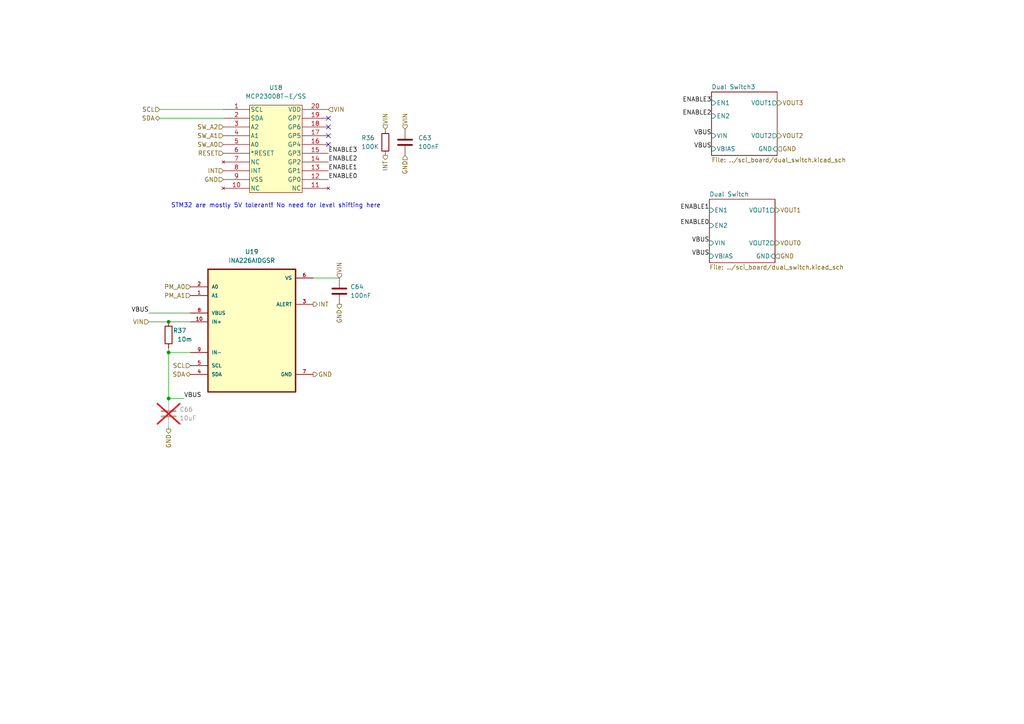
<source format=kicad_sch>
(kicad_sch (version 20250114) (generator "eeschema") (generator_version "9.0")
  (paper "A4")
  (lib_symbols
    (symbol "Common:INA226AIDGSR" (pin_names (offset 1.016))
      (property "Reference" "U" (at -12.7 18.78 0))
      (property "Value" "INA226AIDGSR" (at -12.7 -21.78 0))
      (symbol "INA226AIDGSR_0_0"
        (rectangle (start -12.7 17.78) (end 12.7 -17.78) (stroke (width 0.41)) (fill (type background)))
        (pin input line (at -17.78 12.7 0) (length 5.08) (name "A0") (number "2"))
        (pin input line (at -17.78 10.16 0) (length 5.08) (name "A1") (number "1"))
        (pin power_in line (at -17.78 5.08 0) (length 5.08) (name "VBUS") (number "8"))
        (pin input line (at -17.78 -10.16 0) (length 5.08) (name "SCL") (number "5"))
        (pin bidirectional line (at -17.78 -12.7 0) (length 5.08) (name "SDA") (number "4"))
        (pin power_in line (at 17.78 15.24 180) (length 5.08) (name "VS") (number "6"))
        (pin power_in line (at 17.78 -12.7 180) (length 5.08) (name "GND") (number "7"))
      )
      (symbol "INA226AIDGSR_1_0"
        (pin power_in line (at -17.78 2.54 0) (length 5.08) (name "IN+") (number "10"))
        (pin power_out line (at -17.78 -6.35 0) (length 5.08) (name "IN-") (number "9"))
        (pin passive line (at 17.78 7.62 180) (length 5.08) (name "ALERT") (number "3"))
      )
    )
    (symbol "Common:MCP23008T-E_SS" (pin_names (offset 0.254))
      (property "Reference" "U" (at 22.86 10.16 0))
      (property "Value" "MCP23008T-E/SS" (at 22.86 7.62 0))
      (symbol "MCP23008T-E_SS_1_1"
        (rectangle (start 15.24 1.27) (end 30.48 -24.13) (fill (type background)))
        (pin bidirectional line (at 7.62 0 0) (length 7.62) (name "SCL") (number "1"))
        (pin bidirectional line (at 7.62 -2.54 0) (length 7.62) (name "SDA") (number "2"))
        (pin input line (at 7.62 -5.08 0) (length 7.62) (name "A2") (number "3"))
        (pin input line (at 7.62 -7.62 0) (length 7.62) (name "A1") (number "4"))
        (pin input line (at 7.62 -10.16 0) (length 7.62) (name "A0") (number "5"))
        (pin input line (at 7.62 -12.7 0) (length 7.62) (name "*RESET") (number "6"))
        (pin no_connect line (at 7.62 -15.24 0) (length 7.62) (name "NC") (number "7"))
        (pin output line (at 7.62 -17.78 0) (length 7.62) (name "INT") (number "8"))
        (pin power_in line (at 7.62 -20.32 0) (length 7.62) (name "VSS") (number "9"))
        (pin no_connect line (at 7.62 -22.86 0) (length 7.62) (name "NC") (number "10"))
        (pin power_in line (at 38.1 0 180) (length 7.62) (name "VDD") (number "20"))
        (pin bidirectional line (at 38.1 -2.54 180) (length 7.62) (name "GP7") (number "19"))
        (pin bidirectional line (at 38.1 -5.08 180) (length 7.62) (name "GP6") (number "18"))
        (pin bidirectional line (at 38.1 -7.62 180) (length 7.62) (name "GP5") (number "17"))
        (pin bidirectional line (at 38.1 -10.16 180) (length 7.62) (name "GP4") (number "16"))
        (pin bidirectional line (at 38.1 -12.7 180) (length 7.62) (name "GP3") (number "15"))
        (pin bidirectional line (at 38.1 -15.24 180) (length 7.62) (name "GP2") (number "14"))
        (pin bidirectional line (at 38.1 -17.78 180) (length 7.62) (name "GP1") (number "13"))
        (pin bidirectional line (at 38.1 -20.32 180) (length 7.62) (name "GP0") (number "12"))
        (pin no_connect line (at 38.1 -22.86 180) (length 7.62) (name "NC") (number "11"))
      )
    )
    (symbol "Device:C" (pin_numbers (hide yes)) (pin_names (offset 0.254))
      (property "Reference" "C" (at 0.635 2.54 0))
      (property "Value" "C" (at 0.635 -2.54 0))
      (symbol "C_0_1"
        (polyline (pts (xy -2.032 0.762) (xy 2.032 0.762)) (stroke (width 0.508)))
        (polyline (pts (xy -2.032 -0.762) (xy 2.032 -0.762)) (stroke (width 0.508)))
      )
      (symbol "C_1_1"
        (pin passive line (at 0 3.81 270) (length 2.794) (name "~") (number "1"))
        (pin passive line (at 0 -3.81 90) (length 2.794) (name "~") (number "2"))
      )
    )
    (symbol "Device:R" (pin_numbers (hide yes)) (pin_names (offset 0))
      (property "Reference" "R" (at 2.032 0 90))
      (property "Value" "R" (at 0 0 90))
      (symbol "R_0_1"
        (rectangle (start -1.016 -2.54) (end 1.016 2.54) (stroke (width 0.254)))
      )
      (symbol "R_1_1"
        (pin passive line (at 0 3.81 270) (length 1.27) (name "~") (number "1"))
        (pin passive line (at 0 -3.81 90) (length 1.27) (name "~") (number "2"))
      )
    )
  )
  (text "STM32 are mostly 5V tolerant! No need for level shifting here" (at 80.01 59.69 0) (effects (font (size 1.27 1.27))))
  (junction (at 48.895 93.345))
  (junction (at 48.895 102.235))
  (junction (at 48.895 115.57))
  (no_connect (at 95.25 34.29))
  (no_connect (at 95.25 36.83))
  (no_connect (at 95.25 41.91))
  (no_connect (at 95.25 39.37))
  (wire (pts (xy 48.895 102.235) (xy 55.245 102.235)))
  (wire (pts (xy 48.895 100.965) (xy 48.895 102.235)))
  (wire (pts (xy 98.425 80.645) (xy 90.805 80.645)))
  (wire (pts (xy 46.355 31.75) (xy 64.77 31.75)))
  (wire (pts (xy 48.895 115.57) (xy 53.34 115.57)))
  (wire (pts (xy 48.895 123.825) (xy 48.895 124.46)))
  (wire (pts (xy 43.18 93.345) (xy 48.895 93.345)))
  (wire (pts (xy 48.895 93.345) (xy 55.245 93.345)))
  (wire (pts (xy 43.18 90.805) (xy 55.245 90.805)))
  (wire (pts (xy 46.355 34.29) (xy 64.77 34.29)))
  (wire (pts (xy 48.895 115.57) (xy 48.895 116.205)))
  (wire (pts (xy 48.895 102.235) (xy 48.895 115.57)))
  (label "ENABLE2" (at 95.25 46.99 0))
  (label "ENABLE0" (at 205.74 65.405 180))
  (label "ENABLE3" (at 206.375 29.845 180))
  (label "VBUS" (at 206.375 43.18 180))
  (label "ENABLE1" (at 205.74 60.96 180))
  (label "VBUS" (at 53.34 115.57 0))
  (label "VBUS" (at 205.74 74.295 180))
  (label "VBUS" (at 43.18 90.805 180))
  (label "ENABLE1" (at 95.25 49.53 0))
  (label "VBUS" (at 205.74 70.485 180))
  (label "ENABLE3" (at 95.25 44.45 0))
  (label "VBUS" (at 206.375 39.37 180))
  (label "ENABLE2" (at 206.375 33.655 180))
  (label "ENABLE0" (at 95.25 52.07 0))
  (hierarchical_label "GND" (shape input) (at 225.425 43.18 0))
  (hierarchical_label "RESET" (shape input) (at 64.77 44.45 180))
  (hierarchical_label "SW_A1" (shape input) (at 64.77 39.37 180))
  (hierarchical_label "SCL" (shape input) (at 55.245 106.045 180))
  (hierarchical_label "VOUT1" (shape output) (at 224.79 60.96 0))
  (hierarchical_label "INT" (shape input) (at 64.77 49.53 180))
  (hierarchical_label "GND" (shape output) (at 48.895 124.46 270))
  (hierarchical_label "GND" (shape input) (at 117.475 45.085 270))
  (hierarchical_label "GND" (shape output) (at 90.805 108.585 0))
  (hierarchical_label "VOUT0" (shape output) (at 224.79 70.485 0))
  (hierarchical_label "SW_A0" (shape input) (at 64.77 41.91 180))
  (hierarchical_label "SDA" (shape bidirectional) (at 55.245 108.585 180))
  (hierarchical_label "SCL" (shape input) (at 46.355 31.75 180))
  (hierarchical_label "SDA" (shape bidirectional) (at 46.355 34.29 180))
  (hierarchical_label "VIN" (shape input) (at 43.18 93.345 180))
  (hierarchical_label "VOUT3" (shape output) (at 225.425 29.845 0))
  (hierarchical_label "VIN" (shape input) (at 111.76 37.465 90))
  (hierarchical_label "VOUT2" (shape output) (at 225.425 39.37 0))
  (hierarchical_label "INT" (shape output) (at 111.76 45.085 270))
  (hierarchical_label "PM_A1" (shape input) (at 55.245 85.725 180))
  (hierarchical_label "GND" (shape input) (at 64.77 52.07 180))
  (hierarchical_label "GND" (shape input) (at 224.79 74.295 0))
  (hierarchical_label "VIN" (shape input) (at 98.425 80.645 90))
  (hierarchical_label "VIN" (shape input) (at 117.475 37.465 90))
  (hierarchical_label "INT" (shape output) (at 90.805 88.265 0))
  (hierarchical_label "SW_A2" (shape input) (at 64.77 36.83 180))
  (hierarchical_label "GND" (shape output) (at 98.425 88.265 270))
  (hierarchical_label "VIN" (shape input) (at 95.25 31.75 0))
  (hierarchical_label "PM_A0" (shape input) (at 55.245 83.185 180))
  (symbol (lib_id "Device:C") (at 48.895 120.015 0) (unit 1) (dnp yes)
    (property "Reference" "C91" (at 52.07 118.7449 0) (effects (justify left)))
    (property "Value" "10uF" (at 52.07 121.2849 0) (effects (justify left)))
    (property "Footprint" "Capacitor_SMD:C_0603_1608Metric_Pad1.08x0.95mm_HandSolder" (effects (hide yes)))
    (property "Datasheet" "https://search.murata.co.jp/Ceramy/image/img/A01X/G101/ENG/GRM188R61E106KA73-01.pdf" (effects (hide yes)))
    (property "Description" "Unpolarized capacitor" (effects (hide yes)))
    (property "Tolerance" "10" (effects (hide yes)))
    (property "Voltage" "25" (effects (hide yes)))
    (property "Temperture Coefficient" "X5R" (effects (hide yes)))
    (property "Manufacturer" "Murata" (effects (hide yes)))
    (instances (project "EPS" (path "" (reference "C66") (unit 1))) (project "sci_board" (path "" (reference "C91") (unit 1))))
  )
  (symbol (lib_id "Device:C") (at 117.475 41.275 0) (unit 1)
    (property "Reference" "C89" (at 121.285 40.0049 0) (effects (justify left)))
    (property "Value" "100nF" (at 121.285 42.5449 0) (effects (justify left)))
    (property "Footprint" "Capacitor_SMD:C_0402_1005Metric_Pad0.74x0.62mm_HandSolder" (effects (hide yes)))
    (property "Datasheet" "https://search.murata.co.jp/Ceramy/image/img/A01X/G101/ENG/GRM155R61E104KA87-01.pdf" (effects (hide yes)))
    (property "Description" "Unpolarized capacitor" (effects (hide yes)))
    (property "Voltage" "25" (effects (hide yes)))
    (property "Tolerance" "10" (effects (hide yes)))
    (property "Temperture Coefficient" "X5R" (effects (hide yes)))
    (property "Manufacturer" "Murata" (effects (hide yes)))
    (property "Part Number" "GRM155R61E104KA87D" (effects (hide yes)))
    (instances (project "EPS" (path "" (reference "C63") (unit 1))) (project "openlst-hw" (path "" (reference "C48") (unit 1))) (project "sci_board" (path "" (reference "C89") (unit 1))))
  )
  (symbol (lib_id "Device:R") (at 111.76 41.275 0) (unit 1)
    (property "Reference" "R36" (at 104.775 40.005 0) (effects (justify left)))
    (property "Value" "100K" (at 104.775 42.545 0) (effects (justify left)))
    (property "Footprint" "Resistor_SMD:R_0402_1005Metric_Pad0.72x0.64mm_HandSolder" (effects (hide yes)))
    (property "Datasheet" "https://www.yageo.com/upload/media/product/products/datasheet/rchip/PYu-RC_Group_51_RoHS_L_12.pdf" (effects (hide yes)))
    (property "Description" "Resistor" (effects (hide yes)))
    (property "Tolerance" "1" (effects (hide yes)))
    (property "Manufacturer" "YAGEO" (effects (hide yes)))
    (property "Part Number" "RC0402FR-07100KL" (effects (hide yes)))
  )
  (symbol (lib_id "Common:INA226AIDGSR") (at 73.025 95.885 0) (unit 1)
    (property "Reference" "U26" (at 73.025 73.025 0))
    (property "Value" "INA226AIDGSR" (at 73.025 75.565 0))
    (property "Footprint" "Package_SO:VSSOP-10_3x3mm_P0.5mm" (effects (hide yes)))
    (property "Datasheet" "https://www.ti.com/general/docs/suppproductinfo.tsp?distId=10&gotoUrl=https%3A%2F%2Fwww.ti.com%2Flit%2Fgpn%2Fina226" (effects (hide yes)))
    (property "Description" "I2C voltage, current, power meter" (effects (hide yes)))
    (property "Manufacturer" "TI" (effects (hide yes)))
    (property "Part Number" "INA226AIDGSR" (effects (hide yes)))
    (instances (project "EPS" (path "" (reference "U19") (unit 1))) (project "sci_board" (path "" (reference "U26") (unit 1))))
  )
  (symbol (lib_id "Device:R") (at 48.895 97.155 0) (unit 1)
    (property "Reference" "R37" (at 50.165 95.885 0) (effects (justify left)))
    (property "Value" "10m" (at 51.435 98.425 0) (effects (justify left)))
    (property "Footprint" "Resistor_SMD:R_0805_2012Metric_Pad1.20x1.40mm_HandSolder" (effects (hide yes)))
    (property "Datasheet" "https://mm.digikey.com/Volume0/opasdata/d220001/medias/docus/5343/PE_Series_DS.pdf" (effects (hide yes)))
    (property "Description" "Resistor" (effects (hide yes)))
    (property "Tolerance" "1" (effects (hide yes)))
    (property "Manufacturer" "YAGEO" (effects (hide yes)))
    (property "Part Number" "PE0805FRE470R01Z" (effects (hide yes)))
  )
  (symbol (lib_id "Common:MCP23008T-E_SS") (at 57.15 31.75 0) (unit 1)
    (property "Reference" "U25" (at 80.01 25.4 0))
    (property "Value" "MCP23008T-E/SS" (at 80.01 27.94 0))
    (property "Footprint" "Common:SSOP-20_5.3x7.2mm_P0.65mm" (effects (hide yes)))
    (property "Datasheet" "https://ww1.microchip.com/downloads/en/DeviceDoc/MCP23008-MCP23S08-Data-Sheet-20001919F.pdf" (effects (hide yes)))
    (property "Description" "I2C GPIO expander 8x" (effects (hide yes)))
    (property "Manufacturer" "Microchip" (effects (hide yes)))
    (property "Part Number" "MCP23008T-E/SS" (effects (hide yes)))
    (instances (project "EPS" (path "" (reference "U18") (unit 1))) (project "openlst-hw" (path "" (reference "U10") (unit 1))) (project "sci_board" (path "" (reference "U25") (unit 1))))
  )
  (symbol (lib_id "Device:C") (at 98.425 84.455 0) (unit 1)
    (property "Reference" "C90" (at 101.6 83.1849 0) (effects (justify left)))
    (property "Value" "100nF" (at 101.6 85.7249 0) (effects (justify left)))
    (property "Footprint" "Capacitor_SMD:C_0402_1005Metric_Pad0.74x0.62mm_HandSolder" (effects (hide yes)))
    (property "Datasheet" "https://search.murata.co.jp/Ceramy/image/img/A01X/G101/ENG/GRM155R61E104KA87-01.pdf" (effects (hide yes)))
    (property "Description" "Unpolarized capacitor" (effects (hide yes)))
    (property "Voltage" "25" (effects (hide yes)))
    (property "Tolerance" "10" (effects (hide yes)))
    (property "Temperture Coefficient" "X5R" (effects (hide yes)))
    (property "Manufacturer" "Murata" (effects (hide yes)))
    (property "Part Number" "GRM155R61E104KA87D" (effects (hide yes)))
    (instances (project "EPS" (path "" (reference "C64") (unit 1))) (project "sci_board" (path "" (reference "C90") (unit 1))))
  )
  (sheet (at 206.375 26.67) (size 19.05 18.415) (stroke (width 0.1524))
    (property "Sheetname" "Dual Switch3" (at 206.375 25.9584 0) (effects (justify left bottom)))
    (property "Sheetfile" "../sci_board/dual_switch.kicad_sch" (at 206.375 45.6696 0) (effects (justify left top)))
    (pin "GND" input (at 225.425 43.18 0))
    (pin "VBIAS" input (at 206.375 43.18 180))
    (pin "VOUT1" output (at 225.425 29.845 0))
    (pin "VOUT2" output (at 225.425 39.37 0))
    (pin "EN1" input (at 206.375 29.845 180))
    (pin "EN2" input (at 206.375 33.655 180))
    (pin "VIN" input (at 206.375 39.37 180))
  )
  (sheet (at 205.74 57.785) (size 19.05 18.415) (stroke (width 0.1524))
    (property "Sheetname" "Dual Switch" (at 205.74 57.0734 0) (effects (justify left bottom)))
    (property "Sheetfile" "../sci_board/dual_switch.kicad_sch" (at 205.74 76.7846 0) (effects (justify left top)))
    (pin "GND" input (at 224.79 74.295 0))
    (pin "VBIAS" input (at 205.74 74.295 180))
    (pin "VOUT1" output (at 224.79 60.96 0))
    (pin "VOUT2" output (at 224.79 70.485 0))
    (pin "EN1" input (at 205.74 60.96 180))
    (pin "EN2" input (at 205.74 65.405 180))
    (pin "VIN" input (at 205.74 70.485 180))
  )
)
</source>
